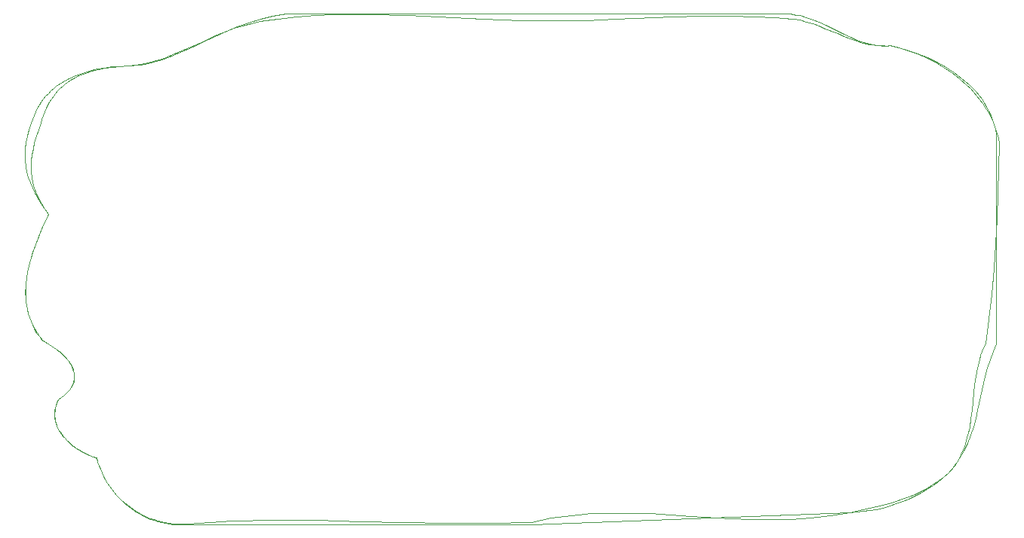
<source format=gbr>
%TF.GenerationSoftware,KiCad,Pcbnew,8.0.5-8.0.5-0~ubuntu22.04.1*%
<<<<<<< HEAD
%TF.CreationDate,2024-10-22T12:31:17-04:00*%
=======
%TF.CreationDate,2024-10-22T12:45:21-04:00*%
>>>>>>> e2123794a14c23c8756f7f3b076d1ce50ee648f1
%TF.ProjectId,Badge,42616467-652e-46b6-9963-61645f706362,1.0*%
%TF.SameCoordinates,Original*%
%TF.FileFunction,Profile,NP*%
%FSLAX46Y46*%
G04 Gerber Fmt 4.6, Leading zero omitted, Abs format (unit mm)*
<<<<<<< HEAD
G04 Created by KiCad (PCBNEW 8.0.5-8.0.5-0~ubuntu22.04.1) date 2024-10-22 12:31:17*
=======
G04 Created by KiCad (PCBNEW 8.0.5-8.0.5-0~ubuntu22.04.1) date 2024-10-22 12:45:21*
>>>>>>> e2123794a14c23c8756f7f3b076d1ce50ee648f1
%MOMM*%
%LPD*%
G01*
G04 APERTURE LIST*
%TA.AperFunction,Profile*%
%ADD10C,0.109999*%
%TD*%
G04 APERTURE END LIST*
D10*
<<<<<<< HEAD
X80010000Y-29210000D02*
X88417868Y-29606383D01*
X92619177Y-29766593D01*
X96811807Y-29816080D01*
X100011353Y-29757920D01*
X103210348Y-29644665D01*
X109607948Y-29378189D01*
X112807186Y-29287629D01*
X116007137Y-29267298D01*
X119208117Y-29348524D01*
X120809092Y-29437012D01*
X122410443Y-29562639D01*
X122791696Y-29586888D01*
X123168588Y-29627869D01*
X123910558Y-29755180D01*
X124638888Y-29934874D01*
X125356116Y-30157253D01*
X126064778Y-30412620D01*
X126767409Y-30691277D01*
X128164724Y-31279669D01*
X128864480Y-31570010D01*
X129568350Y-31844850D01*
X130278870Y-32094492D01*
X130998576Y-32309238D01*
X131730005Y-32479390D01*
X132100908Y-32544714D01*
X132475692Y-32595252D01*
X132854675Y-32629793D01*
X133238174Y-32647124D01*
X133626505Y-32646034D01*
X134019986Y-32625310D01*
X135051176Y-32867178D01*
X136082075Y-33174761D01*
X137105238Y-33546645D01*
X138113218Y-33981415D01*
X139098571Y-34477656D01*
X140053849Y-35033953D01*
X140971606Y-35648892D01*
X141844398Y-36321058D01*
X142664777Y-37049036D01*
X143052985Y-37433512D01*
X143425297Y-37831411D01*
X143780784Y-38242555D01*
X144118514Y-38666769D01*
X144437556Y-39103874D01*
X144736980Y-39553694D01*
X145015855Y-40016053D01*
X145273249Y-40490773D01*
X145508234Y-40977678D01*
X145719877Y-41476590D01*
X145907248Y-41987334D01*
X146069415Y-42509731D01*
X146205450Y-43043606D01*
X146314420Y-43588781D01*
X146160675Y-49227156D01*
X146041419Y-52048822D01*
X145885068Y-54869632D01*
X145684992Y-57687703D01*
X145434561Y-60501154D01*
X145127146Y-63308101D01*
X144756116Y-66106664D01*
X144553524Y-66539982D01*
X144373781Y-66980666D01*
X144215073Y-67428106D01*
X144075585Y-67881689D01*
X143847012Y-68804847D01*
X143673548Y-69745254D01*
X143540677Y-70698024D01*
X143433886Y-71658271D01*
X143240482Y-73581657D01*
X143124839Y-74535023D01*
X142977216Y-75476324D01*
X142783098Y-76400674D01*
X142527971Y-77303187D01*
X142372992Y-77744728D01*
X142197319Y-78178978D01*
X141999135Y-78605326D01*
X141776628Y-79023161D01*
X141527981Y-79431872D01*
X141251382Y-79830849D01*
X140945016Y-80219481D01*
X140607068Y-80597158D01*
X140030543Y-81106507D01*
X139428356Y-81571563D01*
X138802662Y-81995272D01*
X138155620Y-82380579D01*
X137489385Y-82730431D01*
X136806114Y-83047773D01*
X136107964Y-83335551D01*
X135397092Y-83596713D01*
X134675654Y-83834202D01*
X133945807Y-84050966D01*
X132469512Y-84434100D01*
X130985461Y-84769682D01*
X129510907Y-85081281D01*
X127320558Y-85465012D01*
X125116366Y-85712792D01*
X122900179Y-85844698D01*
X120673848Y-85880806D01*
X118439224Y-85841194D01*
X116198157Y-85745939D01*
X111704091Y-85468806D01*
X107206451Y-85210022D01*
X104960917Y-85137704D01*
X102720039Y-85130204D01*
X100485668Y-85207598D01*
X98259654Y-85389965D01*
X96043847Y-85697381D01*
X93840097Y-86149923D01*
X89032355Y-86290567D01*
X84218543Y-86287270D01*
X74580218Y-86068563D01*
X69759459Y-85963009D01*
X64940138Y-85933226D01*
X60124133Y-86034142D01*
X57717961Y-86150776D01*
X55313321Y-86320684D01*
X54869274Y-86351807D01*
X54427912Y-86362002D01*
X53989756Y-86351675D01*
X53555323Y-86321234D01*
X53125134Y-86271086D01*
X52699708Y-86201638D01*
X52279564Y-86113298D01*
X51865222Y-86006472D01*
X51457201Y-85881568D01*
X51056019Y-85738993D01*
X50662197Y-85579154D01*
X50276254Y-85402458D01*
X49898709Y-85209313D01*
X49530081Y-85000126D01*
X49170890Y-84775303D01*
X48821655Y-84535252D01*
X48482895Y-84280380D01*
X48155130Y-84011095D01*
X47838878Y-83727803D01*
X47534660Y-83430912D01*
X47242995Y-83120829D01*
X46964401Y-82797961D01*
X46699398Y-82462715D01*
X46448506Y-82115498D01*
X46212244Y-81756718D01*
X45991131Y-81386782D01*
X45785686Y-81006097D01*
X45596428Y-80615070D01*
X45423878Y-80214108D01*
X45268554Y-79803619D01*
X45130976Y-79384009D01*
X45011663Y-78955686D01*
X44597934Y-78819270D01*
X44153782Y-78640018D01*
X43689838Y-78419298D01*
X43216738Y-78158477D01*
X42745115Y-77858924D01*
X42285601Y-77522004D01*
X41848830Y-77149086D01*
X41642297Y-76949555D01*
X41445437Y-76741538D01*
X41259579Y-76525204D01*
X41086053Y-76300726D01*
X40926189Y-76068273D01*
X40781314Y-75828018D01*
X40652759Y-75580131D01*
X40541852Y-75324782D01*
X40449922Y-75062144D01*
X40378300Y-74792386D01*
X40328314Y-74515680D01*
X40301293Y-74232196D01*
X40298566Y-73942106D01*
X40321463Y-73645581D01*
X40371313Y-73342790D01*
X40449445Y-73033907D01*
X40557188Y-72719100D01*
X40695871Y-72398542D01*
X41024816Y-72172687D01*
X41317816Y-71945313D01*
X41575982Y-71716681D01*
X41800422Y-71487057D01*
X41992247Y-71256702D01*
X42152567Y-71025882D01*
X42282492Y-70794859D01*
X42383131Y-70563896D01*
X42455594Y-70333258D01*
X42500991Y-70103208D01*
X42520433Y-69874009D01*
X42515028Y-69645925D01*
X42485886Y-69419220D01*
X42434119Y-69194156D01*
X42360834Y-68970998D01*
X42267143Y-68750008D01*
X42154155Y-68531451D01*
X42022980Y-68315590D01*
X41874727Y-68102688D01*
X41710508Y-67893009D01*
X41531431Y-67686817D01*
X41338606Y-67484374D01*
X40916152Y-67091792D01*
X40452027Y-66717373D01*
X39955108Y-66363223D01*
X39434274Y-66031451D01*
X38898404Y-65724164D01*
X38584770Y-65312192D01*
X38303454Y-64893478D01*
X38053397Y-64468500D01*
X37833538Y-64037734D01*
X37642817Y-63601657D01*
X37480173Y-63160747D01*
X37344546Y-62715480D01*
X37234874Y-62266332D01*
X37150098Y-61813781D01*
X37089157Y-61358304D01*
X37050989Y-60900376D01*
X37034536Y-60440476D01*
X37062527Y-59516665D01*
X37164647Y-58590683D01*
X37332409Y-57666347D01*
X37557330Y-56747471D01*
X37830925Y-55837868D01*
X38144710Y-54941355D01*
X38490200Y-54061745D01*
X38858911Y-53202853D01*
X39632055Y-51562482D01*
X39198978Y-50983263D01*
X38823710Y-50402363D01*
X38504659Y-49818366D01*
X38240234Y-49229856D01*
X38028843Y-48635416D01*
X37868897Y-48033630D01*
X37758803Y-47423083D01*
X37696971Y-46802357D01*
X37681809Y-46170037D01*
X37711727Y-45524706D01*
X37785133Y-44864949D01*
X37900437Y-44189348D01*
X38056047Y-43496489D01*
X38250372Y-42784953D01*
X38481821Y-42053326D01*
X38748803Y-41300191D01*
X38877718Y-40858286D01*
X39021683Y-40435586D01*
X39180307Y-40031731D01*
X39353199Y-39646363D01*
X39539966Y-39279120D01*
X39740217Y-38929644D01*
X39953562Y-38597574D01*
X40179608Y-38282550D01*
X40417964Y-37984214D01*
X40668239Y-37702204D01*
X40930040Y-37436161D01*
X41202977Y-37185726D01*
X41486659Y-36950538D01*
X41780692Y-36730237D01*
X42084687Y-36524465D01*
X42398252Y-36332860D01*
X43052524Y-35990716D01*
X43740377Y-35700926D01*
X44458679Y-35460612D01*
X45204298Y-35266895D01*
X45974102Y-35116896D01*
X46764960Y-35007738D01*
X47573740Y-34936541D01*
X48397309Y-34900426D01*
X48906886Y-34873189D01*
X49409823Y-34824982D01*
X49906507Y-34757071D01*
X50397321Y-34670721D01*
X51362880Y-34447771D01*
X52309578Y-34166260D01*
X53240491Y-33836316D01*
X54158697Y-33468065D01*
X55067271Y-33071637D01*
X55969293Y-32657159D01*
X57765983Y-31814564D01*
X58666806Y-31406702D01*
X59573384Y-31021301D01*
X60488793Y-30668489D01*
X61416110Y-30358393D01*
X62358414Y-30101141D01*
X63318780Y-29906862D01*
X63318772Y-29906831D01*
X65387761Y-29608361D01*
X67463024Y-29386295D01*
X69543913Y-29232625D01*
X71629777Y-29139345D01*
X75813835Y-29101931D01*
X80010000Y-29210000D01*
=======
X122816112Y-29055765D02*
X123193004Y-29101120D01*
X123565852Y-29164676D01*
X123934974Y-29245030D01*
X124663304Y-29450517D01*
X125380532Y-29706350D01*
X126089194Y-30001300D01*
X126791825Y-30324136D01*
X128189140Y-31008548D01*
X128888896Y-31347665D01*
X129592766Y-31669749D01*
X130303286Y-31963570D01*
X131022992Y-32217898D01*
X131754421Y-32421504D01*
X132125324Y-32500777D01*
X132500108Y-32563158D01*
X132879091Y-32607243D01*
X133262590Y-32631630D01*
X133650921Y-32634913D01*
X134044402Y-32615689D01*
X135082971Y-32856601D01*
X136133693Y-33161572D01*
X137185644Y-33529570D01*
X138227902Y-33959561D01*
X139249546Y-34450514D01*
X140239653Y-35001395D01*
X141187302Y-35611173D01*
X141641791Y-35937826D01*
X142081569Y-36278815D01*
X142505271Y-36634013D01*
X142911533Y-37003289D01*
X143298988Y-37386515D01*
X143666271Y-37783562D01*
X144012018Y-38194300D01*
X144334862Y-38618601D01*
X144633439Y-39056335D01*
X144906383Y-39507374D01*
X145152329Y-39971589D01*
X145369912Y-40448849D01*
X145557767Y-40939027D01*
X145714527Y-41441994D01*
X145838829Y-41957619D01*
X145929306Y-42485775D01*
X145984593Y-43026331D01*
X146003326Y-43579160D01*
X146003326Y-66097028D01*
X145607258Y-66971030D01*
X145270253Y-67872053D01*
X144981376Y-68795210D01*
X144729696Y-69735617D01*
X143876294Y-73572021D01*
X143646612Y-74525387D01*
X143388531Y-75466688D01*
X143091121Y-76391038D01*
X142743448Y-77293551D01*
X142334580Y-78169342D01*
X142103782Y-78595689D01*
X141853586Y-79013524D01*
X141582624Y-79422236D01*
X141289531Y-79821213D01*
X140972940Y-80209845D01*
X140631484Y-80587522D01*
X140055863Y-81104211D01*
X139456147Y-81589329D01*
X138834130Y-82042886D01*
X138191608Y-82464893D01*
X137530376Y-82855358D01*
X136852228Y-83214293D01*
X136158960Y-83541707D01*
X135452367Y-83837610D01*
X134734244Y-84102013D01*
X134006386Y-84334924D01*
X133270588Y-84536354D01*
X132528645Y-84706314D01*
X131782351Y-84844813D01*
X131033504Y-84951861D01*
X130283896Y-85027468D01*
X129535323Y-85071645D01*
X93864513Y-86430005D01*
X55337733Y-86430005D01*
X54893686Y-86460786D01*
X54452324Y-86469985D01*
X54014168Y-86458053D01*
X53579735Y-86425441D01*
X53149546Y-86372599D01*
X52724120Y-86299978D01*
X52303977Y-86208029D01*
X51889634Y-86097202D01*
X51481613Y-85967948D01*
X51080432Y-85820719D01*
X50686610Y-85655964D01*
X50300666Y-85474135D01*
X49923121Y-85275682D01*
X49554493Y-85061056D01*
X49195302Y-84830708D01*
X48846067Y-84585088D01*
X48507307Y-84324647D01*
X48179542Y-84049836D01*
X47863291Y-83761106D01*
X47559073Y-83458908D01*
X47267407Y-83143691D01*
X46988813Y-82815907D01*
X46723811Y-82476007D01*
X46472918Y-82124442D01*
X46236656Y-81761661D01*
X46015543Y-81388116D01*
X45810098Y-81004258D01*
X45620841Y-80610537D01*
X45448290Y-80207405D01*
X45292966Y-79795311D01*
X45155388Y-79374706D01*
X45036075Y-78946042D01*
X44622346Y-78809626D01*
X44178194Y-78630374D01*
X43714251Y-78409654D01*
X43241150Y-78148833D01*
X42769527Y-77849279D01*
X42310013Y-77512360D01*
X41873243Y-77139442D01*
X41666709Y-76939911D01*
X41469849Y-76731894D01*
X41283991Y-76515560D01*
X41110466Y-76291082D01*
X40950601Y-76058630D01*
X40805726Y-75818374D01*
X40677171Y-75570487D01*
X40566264Y-75315138D01*
X40474335Y-75052500D01*
X40402712Y-74782742D01*
X40352726Y-74506036D01*
X40325705Y-74222552D01*
X40322978Y-73932462D01*
X40345875Y-73635937D01*
X40395725Y-73333146D01*
X40473857Y-73024263D01*
X40581600Y-72709456D01*
X40720283Y-72388898D01*
X41049228Y-72163043D01*
X41342228Y-71935669D01*
X41600394Y-71707037D01*
X41824834Y-71477413D01*
X42016660Y-71247058D01*
X42176980Y-71016238D01*
X42306904Y-70785215D01*
X42407543Y-70554252D01*
X42480006Y-70323614D01*
X42525404Y-70093564D01*
X42544845Y-69864365D01*
X42539440Y-69636281D01*
X42510298Y-69409576D01*
X42458531Y-69184512D01*
X42385246Y-68961354D01*
X42291555Y-68740364D01*
X42178567Y-68521807D01*
X42047392Y-68305946D01*
X41899140Y-68093044D01*
X41734920Y-67883365D01*
X41555843Y-67677172D01*
X41363018Y-67474730D01*
X40940565Y-67082148D01*
X40476439Y-66707729D01*
X39979520Y-66353579D01*
X39458686Y-66021807D01*
X38922817Y-65714520D01*
X38609181Y-65302548D01*
X38327866Y-64883834D01*
X38077808Y-64458856D01*
X37857950Y-64028090D01*
X37667228Y-63592013D01*
X37504584Y-63151103D01*
X37368957Y-62705836D01*
X37259285Y-62256688D01*
X37174509Y-61804137D01*
X37113567Y-61348660D01*
X37075400Y-60890732D01*
X37058946Y-60430832D01*
X37086938Y-59507021D01*
X37189057Y-58581039D01*
X37356820Y-57656703D01*
X37581741Y-56737827D01*
X37855337Y-55828224D01*
X38169122Y-54931711D01*
X38514612Y-54052101D01*
X38883323Y-53193209D01*
X39656467Y-51552838D01*
X39211504Y-50973619D01*
X38802646Y-50392719D01*
X38431401Y-49808722D01*
X38099279Y-49220212D01*
X37807791Y-48625772D01*
X37558444Y-48023986D01*
X37352748Y-47413439D01*
X37192214Y-46792713D01*
X37078351Y-46160393D01*
X37012668Y-45515062D01*
X36996674Y-44855305D01*
X37031879Y-44179704D01*
X37119793Y-43486845D01*
X37261925Y-42775309D01*
X37459785Y-42043682D01*
X37714881Y-41290547D01*
X37846832Y-40848642D01*
X37999647Y-40425942D01*
X38172546Y-40022087D01*
X38364752Y-39636719D01*
X38575484Y-39269476D01*
X38803964Y-38920000D01*
X39049412Y-38587930D01*
X39311051Y-38272906D01*
X39588099Y-37974570D01*
X39879780Y-37692560D01*
X40185313Y-37426517D01*
X40503919Y-37176082D01*
X41177235Y-36720593D01*
X41893497Y-36323216D01*
X42646471Y-35981072D01*
X43429925Y-35691282D01*
X44237628Y-35450968D01*
X45063345Y-35257251D01*
X45900846Y-35107252D01*
X46743897Y-34998094D01*
X47586266Y-34926896D01*
X48421722Y-34890782D01*
X48421718Y-34890782D01*
X49434945Y-34810870D01*
X50427435Y-34643494D01*
X51406543Y-34399213D01*
X52379623Y-34088587D01*
X53354031Y-33722177D01*
X54337123Y-33310542D01*
X56358777Y-32393838D01*
X58503426Y-31422954D01*
X59640261Y-30943594D01*
X60829911Y-30482369D01*
X62079731Y-30049839D01*
X63397075Y-29656563D01*
X64789299Y-29313102D01*
X66263759Y-29030015D01*
X122434859Y-29030015D01*
X122816112Y-29055765D01*
>>>>>>> e2123794a14c23c8756f7f3b076d1ce50ee648f1
M02*

</source>
